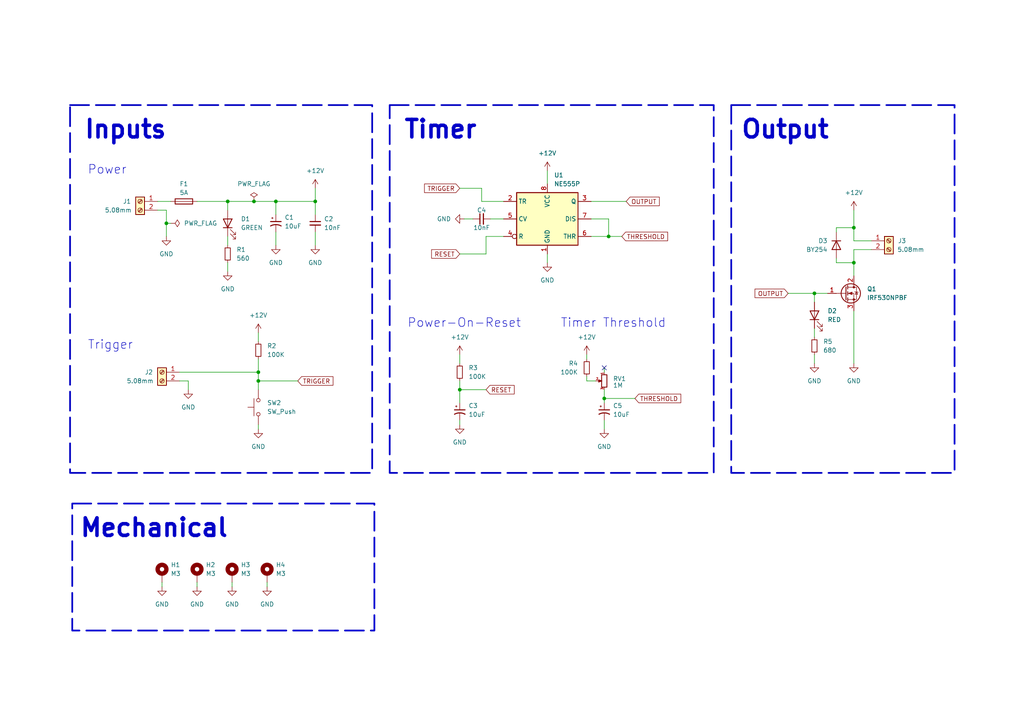
<source format=kicad_sch>
(kicad_sch (version 20230121) (generator eeschema)
  (paper "A4")
  (title_block (title "Magic Wand Timer (Simplified)") (date "2024-03-02") (rev "V1") (company "Geeks For Kids"))
  (lib_symbols
    (symbol "+12V_1" (power) (pin_names (offset 0))
      (property "Value" "+12V_1" (at 0 3.556 0))
      (symbol "+12V_1_0_1"
        (polyline (pts (xy -0.762 1.27) (xy 0 2.54)))
        (polyline (pts (xy 0 0) (xy 0 2.54)))
        (polyline (pts (xy 0 2.54) (xy 0.762 1.27)))
      )
      (symbol "+12V_1_1_1"
        (pin power_in line (at 0 0 90) (length 0) hide (name "+12V") (number "1"))
      )
    )
    (symbol "Connector:Screw_Terminal_01x02" (pin_names (offset 1.016) hide)
      (property "Reference" "J" (at 0 2.54 0))
      (property "Value" "Screw_Terminal_01x02" (at 0 -5.08 0))
      (symbol "Screw_Terminal_01x02_1_1"
        (rectangle (start -1.27 1.27) (end 1.27 -3.81) (stroke (width 0.254)) (fill (type background)))
        (circle (center 0 -2.54) (radius 0.635) (stroke (width 0.1524)))
        (polyline (pts (xy -0.5334 -2.2098) (xy 0.3302 -3.048)) (stroke (width 0.1524)))
        (polyline (pts (xy -0.5334 0.3302) (xy 0.3302 -0.508)) (stroke (width 0.1524)))
        (polyline (pts (xy -0.3556 -2.032) (xy 0.508 -2.8702)) (stroke (width 0.1524)))
        (polyline (pts (xy -0.3556 0.508) (xy 0.508 -0.3302)) (stroke (width 0.1524)))
        (circle (center 0 0) (radius 0.635) (stroke (width 0.1524)))
        (pin passive line (at -5.08 0 0) (length 3.81) (name "Pin_1") (number "1"))
        (pin passive line (at -5.08 -2.54 0) (length 3.81) (name "Pin_2") (number "2"))
      )
    )
    (symbol "Device:C_Polarized_Small_US" (pin_numbers hide) (pin_names (offset 0.254) hide)
      (property "Reference" "C" (at 0.254 1.778 0))
      (property "Value" "C_Polarized_Small_US" (at 0.254 -2.032 0))
      (symbol "C_Polarized_Small_US_0_1"
        (polyline (pts (xy -1.524 0.508) (xy 1.524 0.508)) (stroke (width 0.3048)))
        (polyline (pts (xy -1.27 1.524) (xy -0.762 1.524)))
        (polyline (pts (xy -1.016 1.27) (xy -1.016 1.778)))
        (arc (start 1.524 -0.762) (mid 0 -0.3734) (end -1.524 -0.762) (stroke (width 0.3048)))
      )
      (symbol "C_Polarized_Small_US_1_1"
        (pin passive line (at 0 2.54 270) (length 2.032) (name "~") (number "1"))
        (pin passive line (at 0 -2.54 90) (length 2.032) (name "~") (number "2"))
      )
    )
    (symbol "Device:C_Small" (pin_numbers hide) (pin_names (offset 0.254) hide)
      (property "Reference" "C" (at 0.254 1.778 0))
      (property "Value" "C_Small" (at 0.254 -2.032 0))
      (symbol "C_Small_0_1"
        (polyline (pts (xy -1.524 -0.508) (xy 1.524 -0.508)) (stroke (width 0.3302)))
        (polyline (pts (xy -1.524 0.508) (xy 1.524 0.508)) (stroke (width 0.3048)))
      )
      (symbol "C_Small_1_1"
        (pin passive line (at 0 2.54 270) (length 2.032) (name "~") (number "1"))
        (pin passive line (at 0 -2.54 90) (length 2.032) (name "~") (number "2"))
      )
    )
    (symbol "Device:D" (pin_numbers hide) (pin_names (offset 1.016) hide)
      (property "Reference" "D" (at 0 2.54 0))
      (property "Value" "D" (at 0 -2.54 0))
      (symbol "D_0_1"
        (polyline (pts (xy -1.27 1.27) (xy -1.27 -1.27)) (stroke (width 0.254)))
        (polyline (pts (xy 1.27 0) (xy -1.27 0)))
        (polyline (pts (xy 1.27 1.27) (xy 1.27 -1.27) (xy -1.27 0) (xy 1.27 1.27)) (stroke (width 0.254)))
      )
      (symbol "D_1_1"
        (pin passive line (at -3.81 0 0) (length 2.54) (name "K") (number "1"))
        (pin passive line (at 3.81 0 180) (length 2.54) (name "A") (number "2"))
      )
    )
    (symbol "Device:Fuse" (pin_numbers hide) (pin_names (offset 0))
      (property "Reference" "F" (at 2.032 0 90))
      (property "Value" "Fuse" (at -1.905 0 90))
      (symbol "Fuse_0_1"
        (rectangle (start -0.762 -2.54) (end 0.762 2.54) (stroke (width 0.254)))
        (polyline (pts (xy 0 2.54) (xy 0 -2.54)))
      )
      (symbol "Fuse_1_1"
        (pin passive line (at 0 3.81 270) (length 1.27) (name "~") (number "1"))
        (pin passive line (at 0 -3.81 90) (length 1.27) (name "~") (number "2"))
      )
    )
    (symbol "Device:LED" (pin_numbers hide) (pin_names (offset 1.016) hide)
      (property "Reference" "D" (at 0 2.54 0))
      (property "Value" "LED" (at 0 -2.54 0))
      (symbol "LED_0_1"
        (polyline (pts (xy -1.27 -1.27) (xy -1.27 1.27)) (stroke (width 0.254)))
        (polyline (pts (xy -1.27 0) (xy 1.27 0)))
        (polyline (pts (xy 1.27 -1.27) (xy 1.27 1.27) (xy -1.27 0) (xy 1.27 -1.27)) (stroke (width 0.254)))
        (polyline (pts (xy -3.048 -0.762) (xy -4.572 -2.286) (xy -3.81 -2.286) (xy -4.572 -2.286) (xy -4.572 -1.524)))
        (polyline (pts (xy -1.778 -0.762) (xy -3.302 -2.286) (xy -2.54 -2.286) (xy -3.302 -2.286) (xy -3.302 -1.524)))
      )
      (symbol "LED_1_1"
        (pin passive line (at -3.81 0 0) (length 2.54) (name "K") (number "1"))
        (pin passive line (at 3.81 0 180) (length 2.54) (name "A") (number "2"))
      )
    )
    (symbol "Device:Q_NMOS_GDS" (pin_names (offset 0) hide)
      (property "Reference" "Q" (at 5.08 1.27 0))
      (property "Value" "Q_NMOS_GDS" (at 5.08 -1.27 0))
      (symbol "Q_NMOS_GDS_0_1"
        (polyline (pts (xy 0.254 0) (xy -2.54 0)))
        (polyline (pts (xy 0.254 1.905) (xy 0.254 -1.905)) (stroke (width 0.254)))
        (polyline (pts (xy 0.762 -1.27) (xy 0.762 -2.286)) (stroke (width 0.254)))
        (polyline (pts (xy 0.762 0.508) (xy 0.762 -0.508)) (stroke (width 0.254)))
        (polyline (pts (xy 0.762 2.286) (xy 0.762 1.27)) (stroke (width 0.254)))
        (polyline (pts (xy 2.54 2.54) (xy 2.54 1.778)))
        (polyline (pts (xy 2.54 -2.54) (xy 2.54 0) (xy 0.762 0)))
        (polyline (pts (xy 0.762 -1.778) (xy 3.302 -1.778) (xy 3.302 1.778) (xy 0.762 1.778)))
        (polyline (pts (xy 1.016 0) (xy 2.032 0.381) (xy 2.032 -0.381) (xy 1.016 0)) (fill (type outline)))
        (polyline (pts (xy 2.794 0.508) (xy 2.921 0.381) (xy 3.683 0.381) (xy 3.81 0.254)))
        (polyline (pts (xy 3.302 0.381) (xy 2.921 -0.254) (xy 3.683 -0.254) (xy 3.302 0.381)))
        (circle (center 1.651 0) (radius 2.794) (stroke (width 0.254)))
        (circle (center 2.54 -1.778) (radius 0.254) (fill (type outline)))
        (circle (center 2.54 1.778) (radius 0.254) (fill (type outline)))
      )
      (symbol "Q_NMOS_GDS_1_1"
        (pin input line (at -5.08 0 0) (length 2.54) (name "G") (number "1"))
        (pin passive line (at 2.54 5.08 270) (length 2.54) (name "D") (number "2"))
        (pin passive line (at 2.54 -5.08 90) (length 2.54) (name "S") (number "3"))
      )
    )
    (symbol "Device:R_Potentiometer_Small" (pin_names (offset 1.016) hide)
      (property "Reference" "RV" (at -4.445 0 90))
      (property "Value" "R_Potentiometer_Small" (at -2.54 0 90))
      (symbol "R_Potentiometer_Small_0_1"
        (polyline (pts (xy 0.889 0) (xy 0.635 0) (xy 1.651 0.381) (xy 1.651 -0.381) (xy 0.635 0) (xy 0.889 0)) (fill (type outline)))
        (rectangle (start 0.762 1.8034) (end -0.762 -1.8034) (stroke (width 0.254)))
      )
      (symbol "R_Potentiometer_Small_1_1"
        (pin passive line (at 0 2.54 270) (length 0.635) (name "1") (number "1"))
        (pin passive line (at 2.54 0 180) (length 0.9906) (name "2") (number "2"))
        (pin passive line (at 0 -2.54 90) (length 0.635) (name "3") (number "3"))
      )
    )
    (symbol "Device:R_Small" (pin_numbers hide) (pin_names (offset 0.254) hide)
      (property "Reference" "R" (at 0.762 0.508 0))
      (property "Value" "R_Small" (at 0.762 -1.016 0))
      (symbol "R_Small_0_1"
        (rectangle (start -0.762 1.778) (end 0.762 -1.778) (stroke (width 0.2032)))
      )
      (symbol "R_Small_1_1"
        (pin passive line (at 0 2.54 270) (length 0.762) (name "~") (number "1"))
        (pin passive line (at 0 -2.54 90) (length 0.762) (name "~") (number "2"))
      )
    )
    (symbol "GND_1" (power) (pin_names (offset 0))
      (property "Value" "GND_1" (at 0 -3.81 0))
      (symbol "GND_1_0_1"
        (polyline (pts (xy 0 0) (xy 0 -1.27) (xy 1.27 -1.27) (xy 0 -2.54) (xy -1.27 -1.27) (xy 0 -1.27)))
      )
      (symbol "GND_1_1_1"
        (pin power_in line (at 0 0 270) (length 0) hide (name "GND") (number "1"))
      )
    )
    (symbol "Mechanical:MountingHole_Pad" (pin_numbers hide) (pin_names (offset 1.016) hide)
      (property "Reference" "H" (at 0 6.35 0))
      (property "Value" "MountingHole_Pad" (at 0 4.445 0))
      (symbol "MountingHole_Pad_0_1"
        (circle (center 0 1.27) (radius 1.27) (stroke (width 1.27)))
      )
      (symbol "MountingHole_Pad_1_1"
        (pin input line (at 0 -2.54 90) (length 2.54) (name "1") (number "1"))
      )
    )
    (symbol "Switch:SW_Push" (pin_numbers hide) (pin_names (offset 1.016) hide)
      (property "Reference" "SW" (at 1.27 2.54 0))
      (property "Value" "SW_Push" (at 0 -1.524 0))
      (symbol "SW_Push_0_1"
        (circle (center -2.032 0) (radius 0.508))
        (polyline (pts (xy 0 1.27) (xy 0 3.048)))
        (polyline (pts (xy 2.54 1.27) (xy -2.54 1.27)))
        (circle (center 2.032 0) (radius 0.508))
        (pin passive line (at -5.08 0 0) (length 2.54) (name "1") (number "1"))
        (pin passive line (at 5.08 0 180) (length 2.54) (name "2") (number "2"))
      )
    )
    (symbol "Timer:NE555P"
      (property "Reference" "U" (at -10.16 8.89 0))
      (property "Value" "NE555P" (at 2.54 8.89 0))
      (symbol "NE555P_0_0"
        (pin power_in line (at 0 -10.16 90) (length 2.54) (name "GND") (number "1"))
        (pin power_in line (at 0 10.16 270) (length 2.54) (name "VCC") (number "8"))
      )
      (symbol "NE555P_0_1"
        (rectangle (start -8.89 -7.62) (end 8.89 7.62) (stroke (width 0.254)) (fill (type background)))
        (rectangle (start -8.89 -7.62) (end 8.89 7.62) (stroke (width 0.254)) (fill (type background)))
      )
      (symbol "NE555P_1_1"
        (pin input line (at -12.7 5.08 0) (length 3.81) (name "TR") (number "2"))
        (pin output line (at 12.7 5.08 180) (length 3.81) (name "Q") (number "3"))
        (pin input inverted (at -12.7 -5.08 0) (length 3.81) (name "R") (number "4"))
        (pin input line (at -12.7 0 0) (length 3.81) (name "CV") (number "5"))
        (pin input line (at 12.7 -5.08 180) (length 3.81) (name "THR") (number "6"))
        (pin input line (at 12.7 0 180) (length 3.81) (name "DIS") (number "7"))
      )
    )
    (symbol "power:PWR_FLAG" (power) (pin_numbers hide) (pin_names (offset 0) hide)
      (property "Value" "PWR_FLAG" (at 0 3.81 0))
      (symbol "PWR_FLAG_0_0"
        (pin power_out line (at 0 0 90) (length 0) (name "pwr") (number "1"))
      )
      (symbol "PWR_FLAG_0_1"
        (polyline (pts (xy 0 0) (xy 0 1.27) (xy -1.016 1.905) (xy 0 2.54) (xy 1.016 1.905) (xy 0 1.27)))
      )
    )
  )
  (junction (at 176.53 68.58))
  (junction (at 133.35 113.03))
  (junction (at 175.26 115.57))
  (junction (at 247.65 66.04))
  (junction (at 48.26 64.77))
  (junction (at 80.01 58.42))
  (junction (at 74.93 110.49))
  (junction (at 74.93 107.95))
  (junction (at 66.04 58.42))
  (junction (at 73.66 58.42))
  (junction (at 247.65 76.2))
  (junction (at 91.44 58.42))
  (junction (at 236.22 85.09))
  (no_connect (at 175.26 106.68))
  (wire (pts (xy 228.6 85.09) (xy 236.22 85.09)))
  (wire (pts (xy 252.73 72.39) (xy 247.65 72.39)))
  (wire (pts (xy 66.04 68.58) (xy 66.04 71.12)))
  (wire (pts (xy 91.44 67.31) (xy 91.44 71.12)))
  (wire (pts (xy 57.15 58.42) (xy 66.04 58.42)))
  (wire (pts (xy 242.57 66.04) (xy 247.65 66.04)))
  (wire (pts (xy 176.53 63.5) (xy 171.45 63.5)))
  (wire (pts (xy 170.18 102.87) (xy 170.18 104.14)))
  (wire (pts (xy 133.35 54.61) (xy 139.7 54.61)))
  (wire (pts (xy 74.93 96.52) (xy 74.93 99.06)))
  (wire (pts (xy 133.35 102.87) (xy 133.35 105.41)))
  (wire (pts (xy 236.22 95.25) (xy 236.22 97.79)))
  (wire (pts (xy 74.93 123.19) (xy 74.93 124.46)))
  (wire (pts (xy 133.35 73.66) (xy 140.97 73.66)))
  (wire (pts (xy 158.75 73.66) (xy 158.75 76.2)))
  (wire (pts (xy 48.26 64.77) (xy 48.26 68.58)))
  (wire (pts (xy 133.35 110.49) (xy 133.35 113.03)))
  (wire (pts (xy 48.26 60.96) (xy 48.26 64.77)))
  (wire (pts (xy 133.35 113.03) (xy 133.35 116.84)))
  (wire (pts (xy 139.7 58.42) (xy 146.05 58.42)))
  (wire (pts (xy 80.01 58.42) (xy 80.01 62.23)))
  (wire (pts (xy 171.45 68.58) (xy 176.53 68.58)))
  (wire (pts (xy 236.22 102.87) (xy 236.22 105.41)))
  (wire (pts (xy 236.22 85.09) (xy 236.22 87.63)))
  (wire (pts (xy 74.93 110.49) (xy 74.93 113.03)))
  (wire (pts (xy 91.44 62.23) (xy 91.44 58.42)))
  (wire (pts (xy 242.57 76.2) (xy 247.65 76.2)))
  (wire (pts (xy 158.75 49.53) (xy 158.75 53.34)))
  (wire (pts (xy 48.26 64.77) (xy 49.53 64.77)))
  (wire (pts (xy 66.04 76.2) (xy 66.04 78.74)))
  (wire (pts (xy 57.15 168.91) (xy 57.15 170.18)))
  (wire (pts (xy 52.07 110.49) (xy 54.61 110.49)))
  (wire (pts (xy 242.57 66.04) (xy 242.57 67.31)))
  (wire (pts (xy 175.26 106.68) (xy 175.26 107.95)))
  (wire (pts (xy 80.01 58.42) (xy 91.44 58.42)))
  (wire (pts (xy 52.07 107.95) (xy 74.93 107.95)))
  (wire (pts (xy 67.31 168.91) (xy 67.31 170.18)))
  (wire (pts (xy 74.93 107.95) (xy 74.93 110.49)))
  (wire (pts (xy 247.65 76.2) (xy 247.65 80.01)))
  (wire (pts (xy 175.26 115.57) (xy 175.26 116.84)))
  (wire (pts (xy 170.18 110.49) (xy 172.72 110.49)))
  (wire (pts (xy 140.97 68.58) (xy 146.05 68.58)))
  (wire (pts (xy 140.97 73.66) (xy 140.97 68.58)))
  (wire (pts (xy 77.47 168.91) (xy 77.47 170.18)))
  (wire (pts (xy 175.26 121.92) (xy 175.26 124.46)))
  (wire (pts (xy 86.36 110.49) (xy 74.93 110.49)))
  (wire (pts (xy 139.7 54.61) (xy 139.7 58.42)))
  (wire (pts (xy 171.45 58.42) (xy 181.61 58.42)))
  (wire (pts (xy 45.72 58.42) (xy 49.53 58.42)))
  (wire (pts (xy 80.01 71.12) (xy 80.01 67.31)))
  (wire (pts (xy 176.53 68.58) (xy 176.53 63.5)))
  (wire (pts (xy 45.72 60.96) (xy 48.26 60.96)))
  (wire (pts (xy 134.62 63.5) (xy 137.16 63.5)))
  (wire (pts (xy 242.57 76.2) (xy 242.57 74.93)))
  (wire (pts (xy 74.93 104.14) (xy 74.93 107.95)))
  (wire (pts (xy 91.44 54.61) (xy 91.44 58.42)))
  (wire (pts (xy 247.65 66.04) (xy 247.65 69.85)))
  (wire (pts (xy 236.22 85.09) (xy 240.03 85.09)))
  (wire (pts (xy 247.65 66.04) (xy 247.65 60.96)))
  (wire (pts (xy 184.15 115.57) (xy 175.26 115.57)))
  (wire (pts (xy 170.18 110.49) (xy 170.18 109.22)))
  (wire (pts (xy 142.24 63.5) (xy 146.05 63.5)))
  (wire (pts (xy 46.99 168.91) (xy 46.99 170.18)))
  (wire (pts (xy 247.65 69.85) (xy 252.73 69.85)))
  (wire (pts (xy 66.04 58.42) (xy 73.66 58.42)))
  (wire (pts (xy 133.35 113.03) (xy 140.97 113.03)))
  (wire (pts (xy 73.66 58.42) (xy 80.01 58.42)))
  (wire (pts (xy 66.04 58.42) (xy 66.04 60.96)))
  (wire (pts (xy 176.53 68.58) (xy 180.34 68.58)))
  (wire (pts (xy 54.61 110.49) (xy 54.61 113.03)))
  (wire (pts (xy 247.65 72.39) (xy 247.65 76.2)))
  (wire (pts (xy 247.65 90.17) (xy 247.65 105.41)))
  (wire (pts (xy 175.26 113.03) (xy 175.26 115.57)))
  (wire (pts (xy 133.35 123.19) (xy 133.35 121.92)))
  (rectangle (start 20.955 146.05) (end 108.585 182.88) (stroke (width 0.5) (type dash)))
  (rectangle (start 113.03 30.48) (end 207.01 137.16) (stroke (width 0.5) (type dash)))
  (rectangle (start 20.32 30.48) (end 107.95 137.16) (stroke (width 0.5) (type dash)))
  (rectangle (start 212.09 30.48) (end 276.86 137.16) (stroke (width 0.5) (type dash)))
  (text "Inputs" (at 24.13 40.64 0) (effects (font (size 5.08 5.08) (thickness 1.016) bold) (justify left bottom)))
  (text "Timer" (at 116.84 40.64 0) (effects (font (size 5.08 5.08) (thickness 1.016) bold) (justify left bottom)))
  (text "Timer Threshold" (at 162.56 95.25 0) (effects (font (size 2.54 2.54)) (justify left bottom)))
  (text "Power" (at 36.83 50.8 0) (effects (font (size 2.54 2.54)) (justify right bottom)))
  (text "Mechanical" (at 22.86 156.21 0) (effects (font (size 5.08 5.08) (thickness 1.016) bold) (justify left bottom)))
  (text "Output" (at 214.63 40.64 0) (effects (font (size 5.08 5.08) (thickness 1.016) bold) (justify left bottom)))
  (text "Trigger" (at 25.4 101.6 0) (effects (font (size 2.54 2.54)) (justify left bottom)))
  (text "Power-On-Reset" (at 118.11 95.25 0) (effects (font (size 2.54 2.54)) (justify left bottom)))
  (global_label "OUTPUT" (shape input) (at 181.61 58.42 0) (property "Intersheetrefs" "${INTERSHEET_REFS}" (effects hide)))
  (global_label "OUTPUT" (shape input) (at 228.6 85.09 180) (property "Intersheetrefs" "${INTERSHEET_REFS}" (effects hide)))
  (global_label "TRIGGER" (shape input) (at 133.35 54.61 180) (property "Intersheetrefs" "${INTERSHEET_REFS}" (effects hide)))
  (global_label "TRIGGER" (shape input) (at 86.36 110.49 0) (property "Intersheetrefs" "${INTERSHEET_REFS}" (effects hide)))
  (global_label "THRESHOLD" (shape input) (at 184.15 115.57 0) (property "Intersheetrefs" "${INTERSHEET_REFS}" (effects hide)))
  (global_label "THRESHOLD" (shape input) (at 180.34 68.58 0) (property "Intersheetrefs" "${INTERSHEET_REFS}" (effects hide)))
  (global_label "RESET" (shape input) (at 133.35 73.66 180) (property "Intersheetrefs" "${INTERSHEET_REFS}" (effects hide)))
  (global_label "RESET" (shape input) (at 140.97 113.03 0) (property "Intersheetrefs" "${INTERSHEET_REFS}" (effects hide)))
  (symbol (lib_id "Device:R_Small") (at 236.22 100.33 0) (unit 1)
    (property "Reference" "R5" (at 238.76 99.06 0) (effects (justify left)))
    (property "Value" "680" (at 238.76 101.6 0) (effects (justify left)))
    (property "Footprint" "Resistor_THT:R_Axial_DIN0309_L9.0mm_D3.2mm_P12.70mm_Horizontal" (effects hide))
  )
  (symbol (lib_name "GND_1") (lib_id "power:GND") (at 54.61 113.03 0) (unit 1)
    (property "Reference" "#PWR03" (effects hide))
    (property "Value" "GND" (at 54.61 118.11 0))
  )
  (symbol (lib_id "Mechanical:MountingHole_Pad") (at 77.47 166.37 0) (unit 1)
    (property "Reference" "H4" (at 80.01 163.8299 0) (effects (justify left)))
    (property "Value" "M3" (at 80.01 166.3699 0) (effects (justify left)))
    (property "Footprint" "MountingHole:MountingHole_3.2mm_M3_Pad_Via" (effects hide))
  )
  (symbol (lib_id "Device:C_Small") (at 91.44 64.77 0) (unit 1)
    (property "Reference" "C2" (at 93.98 63.5063 0) (effects (justify left)))
    (property "Value" "10nF" (at 93.98 66.0463 0) (effects (justify left)))
    (property "Footprint" "Capacitor_THT:C_Disc_D3.8mm_W2.6mm_P2.50mm" (effects hide))
    (property "MPN" "C2832505" (effects hide))
  )
  (symbol (lib_id "Device:LED") (at 66.04 64.77 90) (unit 1)
    (property "Reference" "D1" (at 69.85 63.5 90) (effects (justify right)))
    (property "Value" "GREEN" (at 69.85 66.04 90) (effects (justify right)))
    (property "Footprint" "LED_THT:LED_D5.0mm_Clear" (effects hide))
  )
  (symbol (lib_name "GND_1") (lib_id "power:GND") (at 175.26 124.46 0) (unit 1)
    (property "Reference" "#PWR019" (effects hide))
    (property "Value" "GND" (at 175.26 129.54 0))
  )
  (symbol (lib_name "GND_1") (lib_id "power:GND") (at 46.99 170.18 0) (unit 1)
    (property "Reference" "#PWR02" (effects hide))
    (property "Value" "GND" (at 46.99 175.26 0))
  )
  (symbol (lib_id "Device:Q_NMOS_GDS") (at 245.11 85.09 0) (unit 1)
    (property "Reference" "Q1" (at 251.46 83.82 0) (effects (justify left)))
    (property "Value" "IRF530NPBF" (at 251.46 86.36 0) (effects (justify left)))
    (property "Footprint" "Package_TO_SOT_THT:TO-220-3_Horizontal_TabDown" (effects hide))
    (property "Datasheet" "https://www.infineon.com/dgdl/irf530npbf.pdf?fileId=5546d462533600a4015355e386b1199a" (effects hide))
    (property "MPN" "C2565" (effects hide))
  )
  (symbol (lib_name "GND_1") (lib_id "power:GND") (at 134.62 63.5 270) (unit 1)
    (property "Reference" "#PWR015" (effects hide))
    (property "Value" "GND" (at 130.81 63.5 90) (effects (justify right)))
  )
  (symbol (lib_id "Device:C_Polarized_Small_US") (at 175.26 119.38 0) (unit 1)
    (property "Reference" "C5" (at 177.8 117.6782 0) (effects (justify left)))
    (property "Value" "10uF" (at 177.8 120.2182 0) (effects (justify left)))
    (property "Footprint" "Capacitor_THT:C_Radial_D5.0mm_H11.0mm_P2.00mm" (effects hide))
    (property "MPN" "C503219" (effects hide))
  )
  (symbol (lib_id "Device:C_Polarized_Small_US") (at 80.01 64.77 0) (unit 1)
    (property "Reference" "C1" (at 82.55 63.0682 0) (effects (justify left)))
    (property "Value" "10uF" (at 82.55 65.6082 0) (effects (justify left)))
    (property "Footprint" "Capacitor_THT:C_Radial_D5.0mm_H11.0mm_P2.00mm" (effects hide))
    (property "MPN" "C503219" (effects hide))
  )
  (symbol (lib_id "Device:Fuse") (at 53.34 58.42 90) (unit 1)
    (property "Reference" "F1" (at 53.34 53.34 90))
    (property "Value" "5A" (at 53.34 55.88 90))
    (property "Footprint" "Fuse:Fuseholder_Clip-5x20mm_Littelfuse_111_Lateral_P18.80x5.00mm_D1.17mm_Horizontal" (effects hide))
    (property "Datasheet" "https://mm.digikey.com/Volume0/opasdata/d220001/medias/docus/2432/618Series_Fuse_DS_v1%200.pdf" (effects hide))
    (property "MPN" "C142664 + 2x C151075" (effects hide))
  )
  (symbol (lib_id "Connector:Screw_Terminal_01x02") (at 40.64 58.42 0) (mirror y) (unit 1)
    (property "Reference" "J1" (at 36.83 58.42 0))
    (property "Value" "5.08mm" (at 34.29 60.96 0))
    (property "Footprint" "TerminalBlock:TerminalBlock_bornier-2_P5.08mm" (effects hide))
  )
  (symbol (lib_name "+12V_1") (lib_id "power:+12V") (at 247.65 60.96 0) (unit 1)
    (property "Reference" "#PWR018" (effects hide))
    (property "Value" "+12V" (at 247.65 55.88 0))
  )
  (symbol (lib_id "Device:R_Small") (at 66.04 73.66 0) (unit 1)
    (property "Reference" "R1" (at 68.58 72.39 0) (effects (justify left)))
    (property "Value" "560" (at 68.58 74.93 0) (effects (justify left)))
    (property "Footprint" "Resistor_THT:R_Axial_DIN0309_L9.0mm_D3.2mm_P12.70mm_Horizontal" (effects hide))
    (property "Sim.Device" "R" (effects hide))
    (property "Sim.Pins" "1=+ 2=-" (effects hide))
  )
  (symbol (lib_name "+12V_1") (lib_id "power:+12V") (at 133.35 102.87 0) (unit 1)
    (property "Reference" "#PWR011" (effects hide))
    (property "Value" "+12V" (at 133.35 97.79 0))
  )
  (symbol (lib_name "GND_1") (lib_id "power:GND") (at 77.47 170.18 0) (unit 1)
    (property "Reference" "#PWR09" (effects hide))
    (property "Value" "GND" (at 77.47 175.26 0))
  )
  (symbol (lib_id "Mechanical:MountingHole_Pad") (at 46.99 166.37 0) (unit 1)
    (property "Reference" "H1" (at 49.53 163.8299 0) (effects (justify left)))
    (property "Value" "M3" (at 49.53 166.3699 0) (effects (justify left)))
    (property "Footprint" "MountingHole:MountingHole_3.2mm_M3_Pad_Via" (effects hide))
  )
  (symbol (lib_name "GND_1") (lib_id "power:GND") (at 158.75 76.2 0) (unit 1)
    (property "Reference" "#PWR017" (effects hide))
    (property "Value" "GND" (at 158.75 81.28 0))
  )
  (symbol (lib_id "Connector:Screw_Terminal_01x02") (at 46.99 107.95 0) (mirror y) (unit 1)
    (property "Reference" "J2" (at 43.18 107.95 0))
    (property "Value" "5.08mm" (at 40.64 110.49 0))
    (property "Footprint" "TerminalBlock:TerminalBlock_bornier-2_P5.08mm" (effects hide))
  )
  (symbol (lib_name "GND_1") (lib_id "power:GND") (at 66.04 78.74 0) (unit 1)
    (property "Reference" "#PWR06" (effects hide))
    (property "Value" "GND" (at 66.04 83.82 0))
  )
  (symbol (lib_name "+12V_1") (lib_id "power:+12V") (at 170.18 102.87 0) (unit 1)
    (property "Reference" "#PWR013" (effects hide))
    (property "Value" "+12V" (at 170.18 97.79 0))
  )
  (symbol (lib_id "Device:LED") (at 236.22 91.44 90) (unit 1)
    (property "Reference" "D2" (at 240.03 90.17 90) (effects (justify right)))
    (property "Value" "RED" (at 240.03 92.71 90) (effects (justify right)))
    (property "Footprint" "LED_THT:LED_D5.0mm_Clear" (effects hide))
  )
  (symbol (lib_name "GND_1") (lib_id "power:GND") (at 247.65 105.41 0) (unit 1)
    (property "Reference" "#PWR022" (effects hide))
    (property "Value" "GND" (at 247.65 110.49 0))
  )
  (symbol (lib_name "+12V_1") (lib_id "power:+12V") (at 74.93 96.52 0) (unit 1)
    (property "Reference" "#PWR07" (effects hide))
    (property "Value" "+12V" (at 74.93 91.44 0))
  )
  (symbol (lib_id "Connector:Screw_Terminal_01x02") (at 257.81 69.85 0) (unit 1)
    (property "Reference" "J3" (at 261.62 69.85 0))
    (property "Value" "5.08mm" (at 264.16 72.39 0))
    (property "Footprint" "TerminalBlock:TerminalBlock_bornier-2_P5.08mm" (effects hide))
  )
  (symbol (lib_id "power:PWR_FLAG") (at 49.53 64.77 270) (unit 1)
    (property "Reference" "#FLG02" (effects hide))
    (property "Value" "PWR_FLAG" (at 53.34 64.77 90) (effects (justify left)))
  )
  (symbol (lib_name "GND_1") (lib_id "power:GND") (at 80.01 71.12 0) (unit 1)
    (property "Reference" "#PWR010" (effects hide))
    (property "Value" "GND" (at 80.01 76.2 0))
  )
  (symbol (lib_name "GND_1") (lib_id "power:GND") (at 57.15 170.18 0) (unit 1)
    (property "Reference" "#PWR04" (effects hide))
    (property "Value" "GND" (at 57.15 175.26 0))
  )
  (symbol (lib_name "GND_1") (lib_id "power:GND") (at 48.26 68.58 0) (unit 1)
    (property "Reference" "#PWR01" (effects hide))
    (property "Value" "GND" (at 48.26 73.66 0))
  )
  (symbol (lib_name "GND_1") (lib_id "power:GND") (at 67.31 170.18 0) (unit 1)
    (property "Reference" "#PWR05" (effects hide))
    (property "Value" "GND" (at 67.31 175.26 0))
  )
  (symbol (lib_name "+12V_1") (lib_id "power:+12V") (at 158.75 49.53 0) (unit 1)
    (property "Reference" "#PWR016" (effects hide))
    (property "Value" "+12V" (at 158.75 44.45 0))
  )
  (symbol (lib_id "Device:C_Small") (at 139.7 63.5 90) (mirror x) (unit 1)
    (property "Reference" "C4" (at 139.7 60.96 90))
    (property "Value" "10nF" (at 139.7 66.04 90))
    (property "Footprint" "Capacitor_THT:C_Disc_D3.8mm_W2.6mm_P2.50mm" (effects hide))
    (property "MPN" "C2832505" (effects hide))
  )
  (symbol (lib_id "Device:R_Small") (at 74.93 101.6 0) (unit 1)
    (property "Reference" "R2" (at 77.47 100.3299 0) (effects (justify left)))
    (property "Value" "100K" (at 77.47 102.8699 0) (effects (justify left)))
    (property "Footprint" "Resistor_THT:R_Axial_DIN0309_L9.0mm_D3.2mm_P12.70mm_Horizontal" (effects hide))
  )
  (symbol (lib_id "Device:R_Small") (at 133.35 107.95 0) (unit 1)
    (property "Reference" "R3" (at 135.89 106.6799 0) (effects (justify left)))
    (property "Value" "100K" (at 135.89 109.2199 0) (effects (justify left)))
    (property "Footprint" "Resistor_THT:R_Axial_DIN0309_L9.0mm_D3.2mm_P12.70mm_Horizontal" (effects hide))
  )
  (symbol (lib_id "Device:D") (at 242.57 71.12 90) (mirror x) (unit 1)
    (property "Reference" "D3" (at 240.03 69.85 90) (effects (justify left)))
    (property "Value" "BY254" (at 240.03 72.39 90) (effects (justify left)))
    (property "Footprint" "Diode_THT:D_DO-201AD_P12.70mm_Horizontal" (effects hide))
    (property "Sim.Device" "D" (effects hide))
    (property "Sim.Pins" "1=K 2=A" (effects hide))
    (property "MPN" "C5148433" (effects hide))
  )
  (symbol (lib_name "GND_1") (lib_id "power:GND") (at 236.22 105.41 0) (unit 1)
    (property "Reference" "#PWR020" (effects hide))
    (property "Value" "GND" (at 236.22 110.49 0))
  )
  (symbol (lib_name "GND_1") (lib_id "power:GND") (at 91.44 71.12 0) (unit 1)
    (property "Reference" "#PWR012" (effects hide))
    (property "Value" "GND" (at 91.44 76.2 0))
  )
  (symbol (lib_id "Timer:NE555P") (at 158.75 63.5 0) (unit 1)
    (property "Reference" "U1" (at 160.7059 50.8 0) (effects (justify left)))
    (property "Value" "NE555P" (at 160.7059 53.34 0) (effects (justify left)))
    (property "Footprint" "Package_DIP:DIP-8_W7.62mm" (effects hide))
    (property "Datasheet" "http://www.ti.com/lit/ds/symlink/ne555.pdf" (effects hide))
    (property "MPN" "C20616346" (effects hide))
  )
  (symbol (lib_id "Switch:SW_Push") (at 74.93 118.11 90) (unit 1)
    (property "Reference" "SW2" (at 77.47 116.84 90) (effects (justify right)))
    (property "Value" "SW_Push" (at 77.47 119.38 90) (effects (justify right)))
    (property "Footprint" "Button_Switch_THT:SW_PUSH_6mm" (effects hide))
  )
  (symbol (lib_name "GND_1") (lib_id "power:GND") (at 133.35 123.19 0) (unit 1)
    (property "Reference" "#PWR014" (effects hide))
    (property "Value" "GND" (at 133.35 128.27 0))
  )
  (symbol (lib_id "Device:C_Polarized_Small_US") (at 133.35 119.38 0) (unit 1)
    (property "Reference" "C3" (at 135.89 117.6782 0) (effects (justify left)))
    (property "Value" "10uF" (at 135.89 120.2182 0) (effects (justify left)))
    (property "Footprint" "Capacitor_THT:C_Radial_D5.0mm_H11.0mm_P2.00mm" (effects hide))
    (property "MPN" "C503219" (effects hide))
  )
  (symbol (lib_id "Device:R_Small") (at 170.18 106.68 0) (mirror y) (unit 1)
    (property "Reference" "R4" (at 167.64 105.41 0) (effects (justify left)))
    (property "Value" "100K" (at 167.64 107.95 0) (effects (justify left)))
    (property "Footprint" "Resistor_THT:R_Axial_DIN0309_L9.0mm_D3.2mm_P12.70mm_Horizontal" (effects hide))
  )
  (symbol (lib_id "Mechanical:MountingHole_Pad") (at 57.15 166.37 0) (unit 1)
    (property "Reference" "H2" (at 59.69 163.8299 0) (effects (justify left)))
    (property "Value" "M3" (at 59.69 166.3699 0) (effects (justify left)))
    (property "Footprint" "MountingHole:MountingHole_3.2mm_M3_Pad_Via" (effects hide))
  )
  (symbol (lib_name "+12V_1") (lib_id "power:+12V") (at 91.44 54.61 0) (unit 1)
    (property "Reference" "#PWR023" (effects hide))
    (property "Value" "+12V" (at 91.44 49.53 0))
  )
  (symbol (lib_id "Mechanical:MountingHole_Pad") (at 67.31 166.37 0) (unit 1)
    (property "Reference" "H3" (at 69.85 163.8299 0) (effects (justify left)))
    (property "Value" "M3" (at 69.85 166.3699 0) (effects (justify left)))
    (property "Footprint" "MountingHole:MountingHole_3.2mm_M3_Pad_Via" (effects hide))
  )
  (symbol (lib_id "power:PWR_FLAG") (at 73.66 58.42 0) (unit 1)
    (property "Reference" "#FLG01" (effects hide))
    (property "Value" "PWR_FLAG" (at 73.66 53.34 0))
  )
  (symbol (lib_name "GND_1") (lib_id "power:GND") (at 74.93 124.46 0) (unit 1)
    (property "Reference" "#PWR08" (effects hide))
    (property "Value" "GND" (at 74.93 129.54 0))
  )
  (symbol (lib_id "Device:R_Potentiometer_Small") (at 175.26 110.49 0) (mirror y) (unit 1)
    (property "Reference" "RV1" (at 177.8 109.855 0) (effects (justify right)))
    (property "Value" "1M" (at 177.8 111.76 0) (effects (justify right)))
    (property "Footprint" "Potentiometer_THT:Potentiometer_Bourns_3386F_Vertical" (effects hide))
  )
)
</source>
